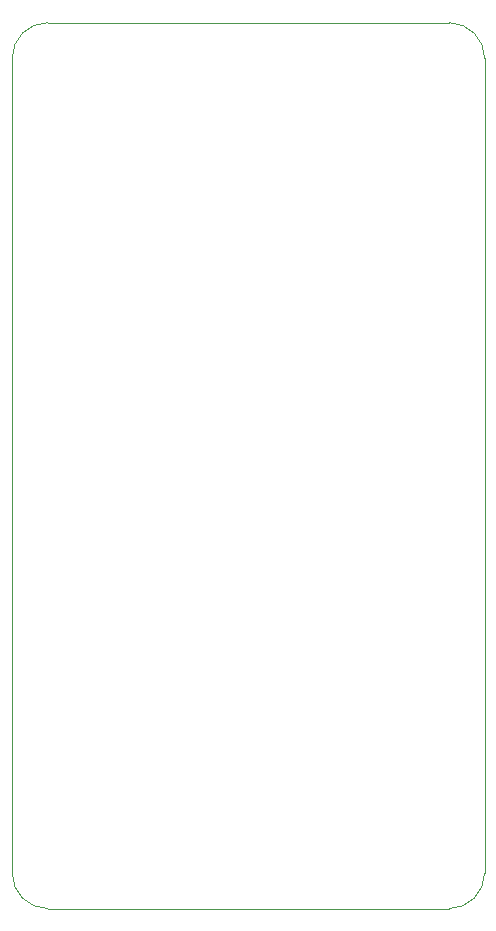
<source format=gbr>
G04 #@! TF.GenerationSoftware,KiCad,Pcbnew,(5.1.5-0-10_14)*
G04 #@! TF.CreationDate,2020-06-19T22:14:24+03:00*
G04 #@! TF.ProjectId,Rev.1,5265762e-312e-46b6-9963-61645f706362,1*
G04 #@! TF.SameCoordinates,PX839b680PY839b680*
G04 #@! TF.FileFunction,Profile,NP*
%FSLAX46Y46*%
G04 Gerber Fmt 4.6, Leading zero omitted, Abs format (unit mm)*
G04 Created by KiCad (PCBNEW (5.1.5-0-10_14)) date 2020-06-19 22:14:24*
%MOMM*%
%LPD*%
G04 APERTURE LIST*
%ADD10C,0.050000*%
G04 APERTURE END LIST*
D10*
X0Y72000000D02*
G75*
G02X3000000Y75000000I3000000J0D01*
G01*
X37000000Y75000000D02*
G75*
G02X40000000Y72000000I0J-3000000D01*
G01*
X3000000Y0D02*
G75*
G02X0Y3000000I0J3000000D01*
G01*
X40000000Y3000000D02*
G75*
G02X37000000Y0I-3000000J0D01*
G01*
X40000000Y3000000D02*
X40000000Y72000000D01*
X3000000Y0D02*
X37000000Y0D01*
X0Y72000000D02*
X0Y3000000D01*
X37000000Y75000000D02*
X3000000Y75000000D01*
M02*

</source>
